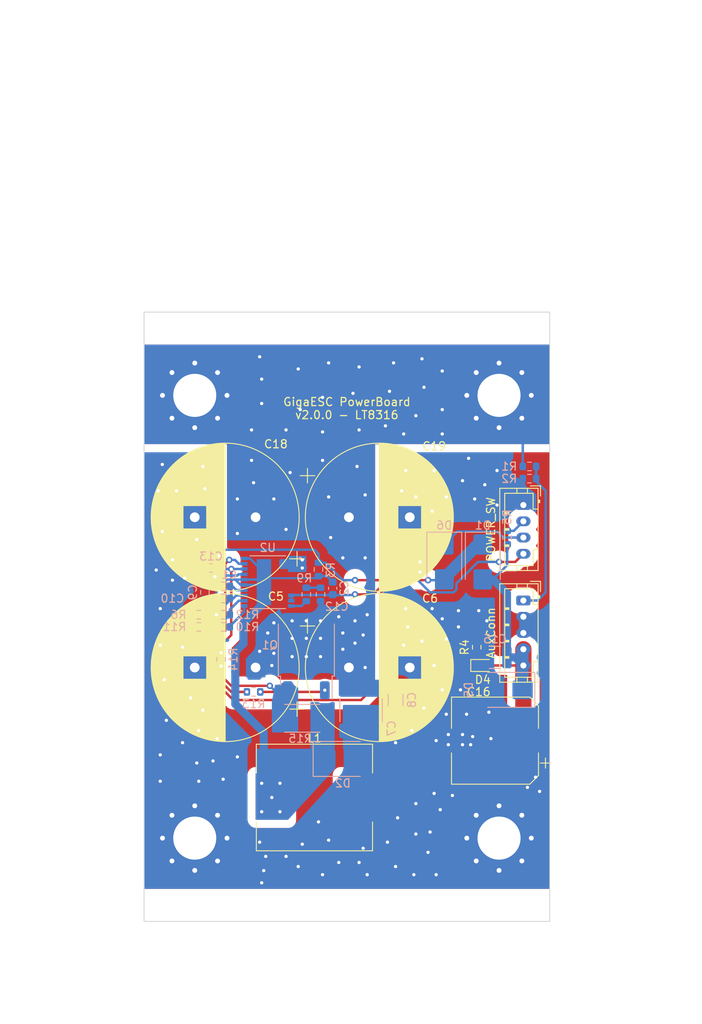
<source format=kicad_pcb>
(kicad_pcb (version 20221018) (generator pcbnew)
  (layers (0 "F.Cu" signal) (31 "B.Cu" signal) (34 "B.Paste" user) (35 "F.Paste" user) (36 "B.SilkS" user "B.Silkscreen") (37 "F.SilkS" user "F.Silkscreen") (38 "B.Mask" user) (39 "F.Mask" user) (44 "Edge.Cuts" user))
  (net 0 "")
  (net 1 "+BATT")
  (net 2 "-BATT")
  (net 3 "+12V")
  (net 4 "Net-(J2-Pin_2)")
  (net 5 "IN_V")
  (net 6 "Net-(J2-Pin_4)")
  (net 7 "Net-(C9-Pad1)")
  (net 8 "Net-(U2-VC)")
  (net 9 "GNDD")
  (net 10 "Net-(C12-Pad2)")
  (net 11 "Net-(U2-SENSE)")
  (net 12 "Net-(D1-K)")
  (net 13 "Net-(Q1-G)")
  (net 14 "Net-(Q1-S)")
  (net 15 "Net-(U2-IREG{slash}SS)")
  (net 16 "Net-(U2-DCM)")
  (net 17 "Net-(U2-FB)")
  (net 18 "Net-(U2-TC)")
  (net 19 "Net-(U2-GATE)")
  (net 20 "Net-(D4-K)")
  (net 21 "Net-(D6-K)")
  (footprint "MountingHole:MountingHole_5.3mm_M5_Pad_Via" (layer "F.Cu") (at 93.75 139.75)
    (fp_text reference "H3" hide)
    (fp_text value "MountingHole_Pad")
  )
  (footprint "Capacitor_THT:CP_Radial_D18.0mm_P7.50mm" (layer "F.Cu") (at 63.75 118.75 180)
    (fp_text reference "C5")
    (fp_text value "330u 200V")
  )
  (footprint "Connector_JST:JST_PH_B5B-PH-K_1x05_P2.00mm_Vertical" (layer "F.Cu") (at 96.75 110.5 -90)
    (fp_text reference "J1" hide)
    (fp_text value "AuxConn")
  )
  (footprint "Capacitor_THT:CP_Radial_D18.0mm_P7.50mm" (layer "F.Cu") (at 75.25 118.75)
    (fp_text reference "C6")
    (fp_text value "330u 200V")
  )
  (footprint "Inductor_SMD:L_Chilisin_BMRG00131360" (layer "F.Cu") (at 71 134.75)
    (fp_text reference "L1")
    (fp_text value "47uH")
  )
  (footprint "MountingHole:MountingHole_5.3mm_M5_Pad_Via" (layer "F.Cu") (at 56.25 85.25)
    (fp_text reference "H2" hide)
    (fp_text value "MountingHole_Pad")
  )
  (footprint "Resistor_SMD:R_0603_1608Metric" (layer "F.Cu") (at 91 116.25 -90)
    (fp_text reference "R4")
    (fp_text value "82k")
  )
  (footprint "Connector_JST:JST_PH_B4B-PH-K_1x04_P2.00mm_Vertical" (layer "F.Cu") (at 96.75 98.75 -90)
    (fp_text reference "J2" hide)
    (fp_text value "POWER_SW")
  )
  (footprint "MountingHole:MountingHole_5.3mm_M5_Pad_Via" (layer "F.Cu") (at 93.75 85.25)
    (fp_text reference "H4" hide)
    (fp_text value "MountingHole_Pad")
  )
  (footprint "Diode_SMD:D_0603_1608Metric" (layer "F.Cu") (at 91.75 118.5)
    (fp_text reference "D4")
    (fp_text value "RUN")
  )
  (footprint "Capacitor_SMD:CP_Elec_10x10.5" (layer "F.Cu") (at 93.25 127.75 180)
    (fp_text reference "C16")
    (fp_text value "470u 25V")
  )
  (footprint "Capacitor_THT:CP_Radial_D18.0mm_P7.50mm" (layer "F.Cu") (at 75.25 100.25)
    (fp_text reference "C19")
    (fp_text value "330u 200V")
  )
  (footprint "Capacitor_THT:CP_Radial_D18.0mm_P7.50mm" (layer "F.Cu") (at 63.75 100.25 180)
    (fp_text reference "C18")
    (fp_text value "330u 200V")
  )
  (footprint "MountingHole:MountingHole_5.3mm_M5_Pad_Via" (layer "F.Cu") (at 56.25 139.75)
    (fp_text reference "H1" hide)
    (fp_text value "MountingHole_Pad")
  )
  (footprint "Capacitor_SMD:C_0603_1608Metric" (layer "B.Cu") (at 58.25 106.5 180)
    (fp_text reference "C13")
    (fp_text value "1n")
  )
  (footprint "GigaVescLibs:C_0603_1608Metric_L" (layer "B.Cu") (at 59.75 110.25 180)
    (fp_text reference "C10")
    (fp_text value "47p")
  )
  (footprint "Resistor_SMD:R_0603_1608Metric" (layer "B.Cu") (at 70 109.75 -90)
    (fp_text reference "R9")
    (fp_text value "10k")
  )
  (footprint "Resistor_SMD:R_0603_1608Metric" (layer "B.Cu") (at 59.5 117.75 -90)
    (fp_text reference "R14")
    (fp_text value "100")
  )
  (footprint "Capacitor_SMD:C_1206_3216Metric" (layer "B.Cu") (at 81 122.75 -90)
    (fp_text reference "C8")
    (fp_text value "100n 200V")
  )
  (footprint "Resistor_SMD:R_2512_6332Metric" (layer "B.Cu") (at 69.5 125 180)
    (fp_text reference "R15")
    (fp_text value "0.05")
  )
  (footprint "Capacitor_SMD:C_0603_1608Metric" (layer "B.Cu") (at 73.25 109 90)
    (fp_text reference "C2")
    (fp_text value "10u")
  )
  (footprint "Resistor_SMD:R_0603_1608Metric" (layer "B.Cu") (at 59.75 113.75)
    (fp_text reference "R10")
    (fp_text value "120k")
  )
  (footprint "Resistor_SMD:R_0603_1608Metric" (layer "B.Cu") (at 56.75 112.25 180)
    (fp_text reference "R6")
    (fp_text value "10k")
  )
  (footprint "GigaVescLibs:C_0603_1608Metric_L" (layer "B.Cu") (at 57.5 109.5 90)
    (fp_text reference "C9")
    (fp_text value "100n")
  )
  (footprint "Diode_SMD:D_SMB" (layer "B.Cu") (at 87 105.75 -90)
    (fp_text reference "D6")
    (fp_text value "SS520BF")
  )
  (footprint "Resistor_SMD:R_0603_1608Metric" (layer "B.Cu") (at 63.5 121.75)
    (fp_text reference "R13")
    (fp_text value "20")
  )
  (footprint "Resistor_SMD:R_0603_1608Metric" (layer "B.Cu") (at 97.5 94)
    (fp_text reference "R1")
    (fp_text value "150k")
  )
  (footprint "Resistor_SMD:R_0603_1608Metric" (layer "B.Cu") (at 97.5 95.5 180)
    (fp_text reference "R2")
    (fp_text value "2.7k")
  )
  (footprint "Resistor_SMD:R_0603_1608Metric" (layer "B.Cu") (at 59.75 112.25)
    (fp_text reference "R12")
    (fp_text value "56k")
  )
  (footprint "GigaVescLibs:IC_LT8316EFE#PBF" (layer "B.Cu") (at 65.25 108.25 180)
    (fp_text reference "U2")
    (fp_text value "LT8316EFE#PBF")
  )
  (footprint "Capacitor_SMD:C_1210_3225Metric" (layer "B.Cu") (at 93.25 117.5 180)
    (fp_text reference "C15")
    (fp_text value "47u 16V")
  )
  (footprint "Resistor_SMD:R_0603_1608Metric" (layer "B.Cu") (at 94.75 102.75 -90)
    (fp_text reference "R5")
    (fp_text value "10k")
  )
  (footprint "Diode_SMD:D_SMB" (layer "B.Cu") (at 91.75 105.75 -90)
    (fp_text reference "D1")
    (fp_text value "SS520BF")
  )
  (footprint "Resistor_SMD:R_0603_1608Metric" (layer "B.Cu") (at 56.75 113.75 180)
    (fp_text reference "R11")
    (fp_text value "6.2k")
  )
  (footprint "Diode_SMD:D_SMB" (layer "B.Cu") (at 94.5 121.5 180)
    (fp_text reference "D5")
    (fp_text value "3SMB5928B")
  )
  (footprint "GigaVescLibs:C_0603_1608Metric_L" (layer "B.Cu") (at 71.75 109.75 90)
    (fp_text reference "C12")
    (fp_text value "47p")
  )
  (footprint "Capacitor_SMD:C_2220_5650Metric" (layer "B.Cu") (at 76.75 124 -90)
    (fp_text reference "C7")
    (fp_text value "1u 200V")
  )
  (footprint "Diode_SMD:D_SMB" (layer "B.Cu") (at 74.5 130)
    (fp_text reference "D2")
    (fp_text value "SS520BF")
  )
  (footprint "Resistor_SMD:R_0603_1608Metric" (layer "B.Cu") (at 71.5 106.675 -90)
    (fp_text reference "R3")
    (fp_text value "10k")
  )
  (footprint "GigaVescLibs:C_0603_1608Metric_L" (layer "B.Cu") (at 59.75 108.75 180)
    (fp_text reference "C1")
    (fp_text value "100n")
  )
  (footprint "Package_TO_SOT_SMD:TO-252-2" (layer "B.Cu") (at 70 116.5 90)
    (fp_text reference "Q1")
    (fp_text value "STD11N65M2")
  )
  (gr_rect (start 50 75) (end 100 150) (stroke (width 0.1)) (fill none) (layer "Edge.Cuts"))
  (gr_text "GigaESC PowerBoard\nv2.0.0 - LT8316" (at 75 88.25) (layer "F.SilkS") (effects (font (size 1 1)) (justify bottom)))
  (segment (start 91 88.5) (end 92.325 89.825) (width 0.3) (layer "F.Cu") (net 1))
  (via (at 68.25 117.41) (size 0.8) (drill 0.4) (layers "F.Cu" "B.Cu") (net 1))
  (via (at 64.25 80.5) (size 0.8) (drill 0.4) (layers "F.Cu" "B.Cu") (net 1))
  (via (at 72.75 97.75) (size 0.8) (drill 0.4) (layers "F.Cu" "B.Cu") (net 1))
  (via (at 76 113) (size 0.8) (drill 0.4) (layers "F.Cu" "B.Cu") (net 1))
  (via (at 69.25 87) (size 0.8) (drill 0.4) (layers "F.Cu" "B.Cu") (net 1))
  (via (at 68 94.75) (size 0.8) (drill 0.4) (layers "F.Cu" "B.Cu") (net 1))
  (via (at 74 112.5) (size 0.8) (drill 0.4) (layers "F.Cu" "B.Cu") (net 1))
  (via (at 84.5 84.25) (size 0.8) (drill 0.4) (layers "F.Cu" "B.Cu") (net 1))
  (via (at 86.75 82.25) (size 0.8) (drill 0.4) (layers "F.Cu" "B.Cu") (net 1))
  (via (at 77.5 112.25) (size 0.8) (drill 0.4) (layers "F.Cu" "B.Cu") (net 1))
  (via (at 72 89.75) (size 0.8) (drill 0.4) (layers "F.Cu" "B.Cu") (net 1))
  (via (at 75.75 85) (size 0.8) (drill 0.4) (layers "F.Cu" "B.Cu") (net 1))
  (via (at 72.75 81.25) (size 0.8) (drill 0.4) (layers "F.Cu" "B.Cu") (net 1))
  (via (at 71.75 115.16) (size 0.8) (drill 0.4) (layers "F.Cu" "B.Cu") (net 1))
  (via (at 64.25 116.75) (size 0.8) (drill 0.4) (layers "F.Cu" "B.Cu") (net 1))
  (via (at 70 113) (size 0.8) (drill 0.4) (layers "F.Cu" "B.Cu") (net 1))
  (via (at 70 117.41) (size 0.8) (drill 0.4) (layers "F.Cu" "B.Cu") (net 1))
  (via (at 86.75 90) (size 0.8) (drill 0.4) (layers "F.Cu" "B.Cu") (net 1))
  (via (at 68.25 113) (size 0.8) (drill 0.4) (layers "F.Cu" "B.Cu") (net 1))
  (via (at 79.75 89) (size 0.8) (drill 0.4) (layers "F.Cu" "B.Cu") (net 1))
  (via (at 84.25 80.75) (size 0.8) (drill 0.4) (layers "F.Cu" "B.Cu") (net 1))
  (via (at 65.75 118.5) (size 0.8) (drill 0.4) (layers "F.Cu" "B.Cu") (net 1))
  (via (at 77.25 97.5) (size 0.8) (drill 0.4) (layers "F.Cu" "B.Cu") (net 1))
  (via (at 72 85.5) (size 0.8) (drill 0.4) (layers "F.Cu" "B.Cu") (net 1))
  (via (at 70 115.16) (size 0.8) (drill 0.4) (layers "F.Cu" "B.Cu") (net 1))
  (via (at 61.5 102.25) (size 0.8) (drill 0.4) (layers "F.Cu" "B.Cu") (net 1))
  (via (at 77.25 118.75) (size 0.8) (drill 0.4) (layers "F.Cu" "B.Cu") (net 1))
  (via (at 67.5 89.5) (size 0.8) (drill 0.4) (layers "F.Cu" "B.Cu") (net 1))
  (via (at 73 102.75) (size 0.8) (drill 0.4) (layers "F.Cu" "B.Cu") (net 1))
  (via (at 66 113.25) (size 0.8) (drill 0.4) (layers "F.Cu" "B.Cu") (net 1))
  (via (at 64.5 86.25) (size 0.8) (drill 0.4) (layers "F.Cu" "B.Cu") (net 1))
  (via (at 69.5 106.5) (size 0.8) (drill 0.4) (layers "F.Cu" "B.Cu") (net 1))
  (via (at 61.5 98) (size 0.8) (drill 0.4) (layers "F.Cu" "B.Cu") (net 1))
  (via (at 63.5 96) (size 0.8) (drill 0.4) (layers "F.Cu" "B.Cu") (net 1))
  (via (at 67.5 101.75) (size 0.8) (drill 0.4) (layers "F.Cu" "B.Cu") (net 1))
  (via (at 66 117) (size 0.8) (drill 0.4) (layers "F.Cu" "B.Cu") (net 1))
  (via (at 63.25 89.5) (size 0.8) (drill 0.4) (layers "F.Cu" "B.Cu") (net 1))
  (via (at 83.5 87.75) (size 0.8) (drill 0.4) (layers "F.Cu" "B.Cu") (net 1))
  (via (at 77.25 105.25) (size 0.8) (drill 0.4) (layers "F.Cu" "B.Cu") (net 1))
  (via (at 80.75 81.25) (size 0.8) (drill 0.4) (layers "F.Cu" "B.Cu") (net 1))
  (via (at 74.5 116.5) (size 0.8) (drill 0.4) (layers "F.Cu" "B.Cu") (net 1))
  (via (at 76.5 81.75) (size 0.8) (drill 0.4) (layers "F.Cu" "B.Cu") (net 1))
  (via (at 77 114.75) (size 0.8) (drill 0.4) (layers "F.Cu" "B.Cu") (net 1))
  (via (at 76 115.75) (size 0.8) (drill 0.4) (layers "F.Cu" "B.Cu") (net 1))
  (via (at 76.25 94) (size 0.8) (drill 0.4) (layers "F.Cu" "B.Cu") (net 1))
  (via (at 71.75 117.41) (size 0.8) (drill 0.4) (layers "F.Cu" "B.Cu") (net 1))
  (via (at 80.25 84.75) (size 0.8) (drill 0.4) (layers "F.Cu" "B.Cu") (net 1))
  (via (at 64.5 83.25) (size 0.8) (drill 0.4) (layers "F.Cu" "B.Cu") (net 1))
  (via (at 71.75 113) (size 0.8) (drill 0.4) (layers "F.Cu" "B.Cu") (net 1))
  (via (at 69.5 105.5) (size 0.8) (drill 0.4) (layers "F.Cu" "B.Cu") (net 1))
  (via (at 82 90) (size 0.8) (drill 0.4) (layers "F.Cu" "B.Cu") (net 1))
  (via (at 68.25 115.16) (size 0.8) (drill 0.4) (layers "F.Cu" "B.Cu") (net 1))
  (via (at 69 82) (size 0.8) (drill 0.4) (layers "F.Cu" "B.Cu") (net 1))
  (via (at 74.5 105.25) (size 0.8) (drill 0.4) (layers "F.Cu" "B.Cu") (net 1))
  (via (at 72 93.25) (size 0.8) (drill 0.4) (layers "F.Cu" "B.Cu") (net 1))
  (via (at 86.75 87) (size 0.8) (drill 0.4) (layers "F.Cu" "B.Cu") (net 1))
  (via (at 65.25 114.5) (size 0.8) (drill 0.4) (layers "F.Cu" "B.Cu") (net 1))
  (via (at 74.5 114.5) (size 0.8) (drill 0.4) (layers "F.Cu" "B.Cu") (net 1))
  (via (at 66 98) (size 0.8) (drill 0.4) (layers "F.Cu" "B.Cu") (net 1))
  (via (at 76.5 89.5) (size 0.8) (drill 0.4) (layers "F.Cu" "B.Cu") (net 1))
  (via (at 63.25 93.25) (size 0.8) (drill 0.4) (layers "F.Cu" "B.Cu") (net 1))
  (segment (start 96.675 94) (end 96.675 88.175) (width 0.3) (layer "B.Cu") (net 1))
  (segment (start 71.75 113.34) (end 71.525 113.565) (width 0.3) (layer "B.Cu") (net 1))
  (segment (start 71.75 115.5) (end 71.525 115.725) (width 0.3) (layer "B.Cu") (net 1))
  (segment (start 96.675 88.175) (end 93.75 85.25) (width 0.3) (layer "B.Cu") (net 1))
  (segment (start 71.75 110.575) (end 71.75 113) (width 0.3) (layer "B.Cu") (net 1))
  (segment (start 81 121.275) (end 76.925 121.275) (width 1) (layer "B.Cu") (net 1))
  (segment (start 71.75 115.16) (end 71.75 115.5) (width 0.3) (layer "B.Cu") (net 1))
  (segment (start 71.75 117.41) (end 71.75 117.75) (width 0.3) (layer "B.Cu") (net 1))
  (segment (start 71.75 113) (end 71.75 113.34) (width 0.3) (layer "B.Cu") (net 1))
  (segment (start 71.75 117.75) (end 71.525 117.975) (width 0.3) (layer "B.Cu") (net 1))
  (segment (start 76.925 121.275) (end 76.75 121.45) (width 1) (layer "B.Cu") (net 1))
  (via (at 89 121.5) (size 0.8) (drill 0.4) (layers "F.Cu" "B.Cu") (net 2))
  (via (at 81 128) (size 0.8) (drill 0.4) (layers "F.Cu" "B.Cu") (net 2))
  (via (at 98.25 132.25) (size 0.8) (drill 0.4) (layers "F.Cu" "B.Cu") (net 2))
  (via (at 97.25 133.5) (size 0.8) (drill 0.4) (layers "F.Cu" "B.Cu") (net 2))
  (via (at 83.5 97.75) (size 0.8) (drill 0.4) (layers "F.Cu" "B.Cu") (net 2))
  (via (at 83.5 139.25) (size 0.8) (drill 0.4) (layers "F.Cu" "B.Cu") (net 2))
  (via (at 81.25 137.25) (size 0.8) (drill 0.4) (layers "F.Cu" "B.Cu") (net 2))
  (via (at 98.75 134) (size 0.8) (drill 0.4) (layers "F.Cu" "B.Cu") (net 2))
  (via (at 92.25 113) (size 0.8) (drill 0.4) (layers "F.Cu" "B.Cu") (net 2))
  (via (at 52.25 102) (size 0.8) (drill 0.4) (layers "F.Cu" "B.Cu") (net 2))
  (via (at 82.25 94.5) (size 0.8) (drill 0.4) (layers "F.Cu" "B.Cu") (net 2))
  (via (at 53.5 108) (size 0.8) (drill 0.4) (layers "F.Cu" "B.Cu") (net 2))
  (via (at 87.25 115.25) (size 0.8) (drill 0.4) (layers "F.Cu" "B.Cu") (net 2))
  (via (at 92.75 127.5) (size 0.8) (drill 0.4) (layers "F.Cu" "B.Cu") (net 2))
  (via (at 56.5 130.5) (size 0.8) (drill 0.4) (layers "F.Cu" "B.Cu") (net 2))
  (via (at 86.75 112.75) (size 0.8) (drill 0.4) (layers "F.Cu" "B.Cu") (net 2))
  (via (at 87.25 124.5) (size 0.8) (drill 0.4) (layers "F.Cu" "B.Cu") (net 2))
  (via (at 87.25 97.75) (size 0.8) (drill 0.4) (layers "F.Cu" "B.Cu") (net 2))
  (via (at 61.5 129.75) (size 0.8) (drill 0.4) (layers "F.Cu" "B.Cu") (net 2))
  (via (at 90.25 128.25) (size 0.8) (drill 0.4) (layers "F.Cu" "B.Cu") (net 2))
  (via (at 81 143.25) (size 0.8) (drill 0.4) (layers "F.Cu" "B.Cu") (net 2))
  (via (at 77.5 144.25) (size 0.8) (drill 0.4) (layers "F.Cu" "B.Cu") (net 2))
  (via (at 56.75 126.5) (size 0.8) (drill 0.4) (layers "F.Cu" "B.Cu") (net 2))
  (via (at 56.75 132.75) (size 0.8) (drill 0.4) (layers "F.Cu" "B.Cu") (net 2))
  (via (at 72 144.25) (size 0.8) (drill 0.4) (layers "F.Cu" "B.Cu") (net 2))
  (via (at 52 111.5) (size 0.8) (drill 0.4) (layers "F.Cu" "B.Cu") (net 2))
  (via (at 71.5 137.75) (size 0.8) (drill 0.4) (layers "F.Cu" "B.Cu") (net 2))
  (via (at 88.75 111.75) (size 0.8) (drill 0.4) (layers "F.Cu" "B.Cu") (net 2))
  (via (at 83 126.5) (size 0.8) (drill 0.4) (layers "F.Cu" "B.Cu") (net 2))
  (via (at 82 116) (size 0.8) (drill 0.4) (layers "F.Cu" "B.Cu") (net 2))
  (via (at 59.75 132.5) (size 0.8) (drill 0.4) (layers "F.Cu" "B.Cu") (net 2))
  (via (at 93.5 98.75) (size 0.8) (drill 0.4) (layers "F.Cu" "B.Cu") (net 2))
  (via (at 83.5 135.5) (size 0.8) (drill 0.4) (layers "F.Cu" "B.Cu") (net 2))
  (via (at 92.5 124.25) (size 0.8) (drill 0.4) (layers "F.Cu" "B.Cu") (net 2))
  (via (at 87.5 127) (size 0.8) (drill 0.4) (layers "F.Cu" "B.Cu") (net 2))
  (via (at 64.5 145.25) (size 0.8) (drill 0.4) (layers "F.Cu" "B.Cu") (net 2))
  (via (at 89.25 128.25) (size 0.8) (drill 0.4) (layers "F.Cu" "B.Cu") (net 2))
  (via (at 81.75 97) (size 0.8) (drill 0.4) (layers "F.Cu" "B.Cu") (net 2))
  (via (at 52.75 125.25) (size 0.8) (drill 0.4) (layers "F.Cu" "B.Cu") (net 2))
  (via (at 59 127.5) (size 0.8) (drill 0.4) (layers "F.Cu" "B.Cu") (net 2))
  (via (at 84.25 115.5) (size 0.8) (drill 0.4) (layers "F.Cu" "B.Cu") (net 2))
  (via (at 85.25 139) (size 0.8) (drill 0.4) (layers "F.Cu" "B.Cu") (net 2))
  (via (at 54.75 116.25) (size 0.8) (drill 0.4) (layers "F.Cu" "B.Cu") (net 2))
  (via (at 77 141) (size 0.8) (drill 0.4) (layers "F.Cu" "B.Cu") (net 2))
  (via (at 92 96.25) (size 0.8) (drill 0.4) (layers "F.Cu" "B.Cu") (net 2))
  (via (at 57.5 96.75) (size 0.8) (drill 0.4) (layers "F.Cu" "B.Cu") (net 2))
  (via (at 82.25 111.5) (size 0.8) (drill 0.4) (layers "F.Cu" "B.Cu") (net 2))
  (via (at 72.75 140) (size 0.8) (drill 0.4) (layers "F.Cu" "B.Cu") (net 2))
  (via (at 90 93) (size 0.8) (drill 0.4) (layers "F.Cu" "B.Cu") (net 2))
  (via (at 52.25 93.75) (size 0.8) (drill 0.4) (layers "F.Cu" "B.Cu") (net 2))
  (via (at 65 142) (size 0.8) (drill 0.4) (layers "F.Cu" "B.Cu") (net 2))
  (via (at 80 140.25) (size 0.8) (drill 0.4) (layers "F.Cu" "B.Cu") (net 2))
  (via (at 64.25 140.25) (size 0.8) (drill 0.4) (layers "F.Cu" "B.Cu") (net 2))
  (via (at 76.5 142.75) (size 0.8) (drill 0.4) (layers "F.Cu" "B.Cu") (net 2))
  (via (at 91.25 111.75) (size 0.8) (drill 0.4) (layers "F.Cu" "B.Cu") (net 2))
  (via (at 69.5 140.5) (size 0.8) (drill 0.4) (layers "F.Cu" "B.Cu") (net 2))
  (via (at 88 134.5) (size 0.8) (drill 0.4) (layers "F.Cu" "B.Cu") (net 2))
  (via (at 85.5 99.5) (size 0.8) (drill 0.4) (layers "F.Cu" "B.Cu") (net 2))
  (via (at 85.75 94.5) (size 0.8) (drill 0.4) (layers "F.Cu" "B.Cu") (net 2))
  (via (at 51.5 106.75) (size 0.8) (drill 0.4) (layers "F.Cu" "B.Cu") (net 2))
  (via (at 54.75 128) (size 0.8) (drill 0.4) (layers "F.Cu" "B.Cu") (net 2))
  (via (at 74 142.75) (size 0.8) (drill 0.4) (layers "F.Cu" "B.Cu") (net 2))
  (via (at 83.25 144.25) (size 0.8) (drill 0.4) (layers "F.Cu" "B.Cu") (net 2))
  (via (at 54 97) (size 0.8) (drill 0.4) (layers "F.Cu" "B.Cu") (net 2))
  (via (at 64.75 143.75) (size 0.8) (drill 0.4) (layers "F.Cu" "B.Cu") (net 2))
  (via (at 57.25 124) (size 0.8) (drill 0.4) (layers "F.Cu" "B.Cu") (net 2))
  (via (at 52 132.75) (size 0.8) (drill 0.4) (layers "F.Cu" "B.Cu") (net 2))
  (via (at 85 141.5) (size 0.8) (drill 0.4) (layers "F.Cu" "B.Cu") (net 2))
  (via (at 86 127.75) (size 0.8) (drill 0.4) (layers "F.Cu" "B.Cu") (net 2))
  (via (at 90.75 98) (size 0.8) (drill 0.4) (layers "F.Cu" "B.Cu") (net 2))
  (via (at 52.5 120.25) (size 0.8) (drill 0.4) (layers "F.Cu" "B.Cu") (net 2))
  (via (at 67.5 142) (size 0.8) (drill 0.4) (layers "F.Cu" "B.Cu") (net 2))
  (via (at 86.5 136.25) (size 0.8) (drill 0.4) (layers "F.Cu" "B.Cu") (net 2))
  (via (at 55.75 122.5) (size 0.8) (drill 0.4) (layers "F.Cu" "B.Cu") (net 2))
  (via (at 85.75 134.25) (size 0.8) (drill 0.4) (layers "F.Cu" "B.Cu") (net 2))
  (via (at 84.5 123.75) (size 0.8) (drill 0.4) (layers "F.Cu" "B.Cu") (net 2))
  (via (at 51.75 97) (size 0.8) (drill 0.4) (layers "F.Cu" "B.Cu") (net 2))
  (via (at 69 143.25) (size 0.8) (drill 0.4) (layers "F.Cu" "B.Cu") (net 2))
  (via (at 82.5 113.75) (size 0.8) (drill 0.4) (layers "F.Cu" "B.Cu") (net 2))
  (via (at 86.75 121.5) (size 0.8) (drill 0.4) (layers "F.Cu" "B.Cu") (net 2))
  (via (at 85.75 118.5) (size 0.8) (drill 0.4) (layers "F.Cu" "B.Cu") (net 2))
  (via (at 56.5 103) (size 0.8) (drill 0.4) (layers "F.Cu" "B.Cu") (net 2))
  (via (at 85.5 111.5) (size 0.8) (drill 0.4) (layers "F.Cu" "B.Cu") (net 2))
  (via (at 58.5 130.25) (size 0.8) (drill 0.4) (layers "F.Cu" "B.Cu") (net 2))
  (via (at 89.25 95.75) (size 0.8) (drill 0.4) (layers "F.Cu" "B.Cu") (net 2))
  (via (at 52 116) (size 0.8) (drill 0.4) (layers "F.Cu" "B.Cu") (net 2))
  (via (at 87.5 128.25) (size 0.8) (drill 0.4) (layers "F.Cu" "B.Cu") (net 2))
  (via (at 55 107.75) (size 0.8) (drill 0.4) (layers "F.Cu" "B.Cu") (net 2))
  (via (at 93.5 94.5) (size 0.8) (drill 0.4) (layers "F.Cu" "B.Cu") (net 2))
  (via (at 57.25 94) (size 0.8) (drill 0.4) (layers "F.Cu" "B.Cu") (net 2))
  (via (at 88.75 113.75) (size 0.8) (drill 0.4) (layers "F.Cu" "B.Cu") (net 2))
  (via (at 89.75 124.5) (size 0.8) (drill 0.4) (layers "F.Cu" "B.Cu") (net 2))
  (via (at 89.25 127) (size 0.8) (drill 0.4) (layers "F.Cu" "B.Cu") (net 2))
  (via (at 90.5 127.25) (size 0.8) (drill 0.4) (layers "F.Cu" "B.Cu") (net 2))
  (via (at 86 144.25) (size 0.8) (drill 0.4) (layers "F.Cu" "B.Cu") (net 2))
  (via (at 52 129.5) (size 0.8) (drill 0.4) (layers "F.Cu" "B.Cu") (net 2))
  (via (at 53.5 105.5) (size 0.8) (drill 0.4) (layers "F.Cu" "B.Cu") (net 2))
  (segment (start 96.675 98.675) (end 96.75 98.75) (width 0.3) (layer "B.Cu") (net 2))
  (segment (start 96.675 95.5) (end 96.675 98.675) (width 0.3) (layer "B.Cu") (net 2))
  (segment (start 76.25 134.75) (end 79.75 131.25) (width 2) (layer "F.Cu") (net 3))
  (segment (start 96.75 116.5) (end 96.75 127.05) (width 2) (layer "F.Cu") (net 3))
  (segment (start 79.75 131.25) (end 93.95 131.25) (width 2) (layer "F.Cu") (net 3))
  (segment (start 96.75 127.05) (end 97.45 127.75) (width 2) (layer "F.Cu") (net 3))
  (segment (start 93.95 131.25) (end 97.45 127.75) (width 2) (layer "F.Cu") (net 3))
  (segment (start 92.5375 118.5) (end 96.75 118.5) (width 0.3) (layer "F.Cu") (net 3))
  (segment (start 94.75 106.15) (end 94.75 103.575) (width 0.3) (layer "B.Cu") (net 3))
  (segment (start 94.725 109.625) (end 93 107.9) (width 1) (layer "B.Cu") (net 3))
  (segment (start 94.725 117.5) (end 95.75 117.5) (width 1) (layer "B.Cu") (net 3))
  (segment (start 95.75 117.5) (end 96.75 118.5) (width 1) (layer "B.Cu") (net 3))
  (segment (start 94.725 117.5) (end 94.725 109.625) (width 1) (layer "B.Cu") (net 3))
  (segment (start 96.65 121.5) (end 96.65 116.6) (width 1.5) (layer "B.Cu") (net 3))
  (segment (start 96.65 116.6) (end 96.75 116.5) (width 1.5) (layer "B.Cu") (net 3))
  (segment (start 93 107.9) (end 94.75 106.15) (width 0.3) (layer "B.Cu") (net 3))
  (segment (start 95.575 101.925) (end 96.75 100.75) (width 0.3) (layer "B.Cu") (net 4))
  (segment (start 94.75 101.925) (end 95.575 101.925) (width 0.3) (layer "B.Cu") (net 4))
  (segment (start 98.325 94) (end 98.325 95.5) (width 0.3) (layer "B.Cu") (net 5))
  (segment (start 98.325 95.825) (end 99.5 97) (width 0.3) (layer "B.Cu") (net 5))
  (segment (start 98.325 95.5) (end 98.325 95.825) (width 0.3) (layer "B.Cu") (net 5))
  (segment (start 98.5 110.5) (end 96.75 110.5) (width 0.3) (layer "B.Cu") (net 5))
  (segment (start 99.5 97) (end 99.5 109.5) (width 0.3) (layer "B.Cu") (net 5))
  (segment (start 99.5 109.5) (end 98.5 110.5) (width 0.3) (layer "B.Cu") (net 5))
  (segment (start 84 105.75) (end 81.542894 105.75) (width 0.3) (layer "F.Cu") (net 6))
  (segment (start 95.75 105.75) (end 93.75 105.75) (width 0.3) (layer "F.Cu") (net 6))
  (segment (start 79.292894 108) (end 76 108) (width 0.3) (layer "F.Cu") (net 6))
  (segment (start 59.25 107.06783) (end 58.745155 107.572675) (width 0.3) (layer "F.Cu") (net 6))
  (segment (start 81.542894 105.75) (end 79.292894 108) (width 0.3) (layer "F.Cu") (net 6))
  (segment (start 96.75 104.75) (end 95.75 105.75) (width 0.3) (layer "F.Cu") (net 6))
  (segment (start 59.25 105) (end 59.25 107.06783) (width 0.3) (layer "F.Cu") (net 6))
  (via (at 76 108) (size 0.8) (drill 0.4) (layers "F.Cu" "B.Cu") (net 6))
  (via (at 93.75 105.75) (size 0.8) (drill 0.4) (layers "F.Cu" "B.Cu") (net 6))
  (via (at 84 105.75) (size 0.8) (drill 0.4) (layers "F.Cu" "B.Cu") (net 6))
  (via (at 58.745155 107.572675) (size 0.8) (drill 0.4) (layers "F.Cu" "B.Cu") (net 6))
  (via (at 59.25 105) (size 0.8) (drill 0.4) (layers "F.Cu" "B.Cu") (net 6))
  (segment (start 71.5 104.75) (end 71.5 105.85) (width 0.3) (layer "B.Cu") (net 6))
  (segment (start 71 104.25) (end 71.5 104.75) (width 0.3) (layer "B.Cu") (net 6))
  (segment (start 83.25 107.5) (end 85.25 109.5) (width 0.3) (layer "B.Cu") (net 6))
  (segment (start 76 108) (end 74.5 108) (width 0.3) (layer "B.Cu") (net 6))
  (segment (start 91.151472 105.75) (end 93.75 105.75) (width 0.3) (layer "B.Cu") (net 6))
  (segment (start 83.25 106.5) (end 83.25 107.5) (width 0.3) (layer "B.Cu") (net 6))
  (segment (start 74.5 108) (end 72.35 105.85) (width 0.3) (layer "B.Cu") (net 6))
  (segment (start 61.5 107.425) (end 61.65 107.275) (width 0.3) (layer "B.Cu") (net 6))
  (segment (start 88.148528 109.5) (end 88.5 109.148528) (width 0.3) (layer "B.Cu") (net 6))
  (segment (start 59.25 105) (end 60 104.25) (width 0.3) (layer "B.Cu") (net 6))
  (segment (start 61.65 107.275) (end 62.35 107.275) (width 0.3) (layer "B.Cu") (net 6))
  (segment (start 58.89283 107.425) (end 61.5 107.425) (width 0.3) (layer "B.Cu") (net 6))
  (segment (start 60 104.25) (end 71 104.25) (width 0.3) (layer "B.Cu") (net 6))
  (segment (start 85.25 109.5) (end 88.148528 109.5) (width 0.3) (layer "B.Cu") (net 6))
  (segment (start 88.5 108.401472) (end 91.151472 105.75) (width 0.3) (layer "B.Cu") (net 6))
  (segment (start 72.35 105.85) (end 71.5 105.85) (width 0.3) (layer "B.Cu") (net 6))
  (segment (start 58.745155 107.572675) (end 58.89283 107.425) (width 0.3) (layer "B.Cu") (net 6))
  (segment (start 84 105.75) (end 83.25 106.5) (width 0.3) (layer "B.Cu") (net 6))
  (segment (start 88.5 109.148528) (end 88.5 108.401472) (width 0.3) (layer "B.Cu") (net 6))
  (segment (start 55.925 111.325) (end 55.925 112.25) (width 0.3) (layer "B.Cu") (net 7))
  (segment (start 57.5 110.325) (end 56.925 110.325) (width 0.3) (layer "B.Cu") (net 7))
  (segment (start 56.925 110.325) (end 55.925 111.325) (width 0.3) (layer "B.Cu") (net 7))
  (segment (start 61.375 109.875) (end 61 110.25) (width 0.3) (layer "B.Cu") (net 8))
  (segment (start 57.575 112.25) (end 57.672183 112.25) (width 0.3) (layer "B.Cu") (net 8))
  (segment (start 59.7875 111.25) (end 60.575 110.4625) (width 0.3) (layer "B.Cu") (net 8))
  (segment (start 57.672183 112.25) (end 58.672183 111.25) (width 0.3) (layer "B.Cu") (net 8))
  (segment (start 62.35 109.875) (end 61.375 109.875) (width 0.3) (layer "B.Cu") (net 8))
  (segment (start 60.7 110.375) (end 60.575 110.25) (width 0.3) (layer "B.Cu") (net 8))
  (segment (start 61 110.25) (end 60.575 110.25) (width 0.3) (layer "B.Cu") (net 8))
  (segment (start 60.575 110.4625) (end 60.575 110.25) (width 0.3) (layer "B.Cu") (net 8))
  (segment (start 58.672183 111.25) (end 59.7875 111.25) (width 0.3) (layer "B.Cu") (net 8))
  (via (at 66.75 133) (size 0.8) (drill 0.4) (layers "F.Cu" "B.Cu") (net 9))
  (via (at 66.75 136.5) (size 0.8) (drill 0.4) (layers "F.Cu" "B.Cu") (net 9))
  (via (at 65.75 134.75) (size 0.8) (drill 0.4) (layers "F.Cu" "B.Cu") (net 9))
  (via (at 64.5 133) (size 0.8) (drill 0.4) (layers "F.Cu" "B.Cu") (net 9))
  (via (at 64.5 136.5) (size 0.8) (drill 0.4) (layers "F.Cu" "B.Cu") (net 9))
  (segment (start 55.925 113.75) (end 56.675 113) (width 0.3) (layer "B.Cu") (net 9))
  (segment (start 57.925 111.25) (end 58.925 110.25) (width 0.3) (layer "B.Cu") (net 9))
  (segment (start 65.28 107.75) (end 64.78 108.25) (width 0.25) (layer "B.Cu") (net 9))
  (segment (start 62.5 113) (end 62.55 113) (width 1) (layer "B.Cu") (net 9))
  (segment (start 58.925 108.75) (end 57.575 108.75) (width 0.3) (layer "B.Cu") (net 9))
  (segment (start 71.25 107.75) (end 65.28 107.75) (width 0.25) (layer "B.Cu") (net 9))
  (segment (start 62.35 108.575) (end 64.455 108.575) (width 0.3) (layer "B.Cu") (net 9))
  (segment (start 57.25 111.25) (end 57.925 111.25) (width 0.3) (layer "B.Cu") (net 9))
  (segment (start 61.25 123.25) (end 61.25 116.8) (width 1) (layer "B.Cu") (net 9))
  (segment (start 64.455 108.575) (end 64.78 108.25) (width 0.3) (layer "B.Cu") (net 9))
  (segment (start 71.5 107.5) (end 71.25 107.75) (width 0.25) (layer "B.Cu") (net 9))
  (segment (start 64.455 107.925) (end 64.78 108.25) (width 0.3) (layer "B.Cu") (net 9))
  (segment (start 62.35 105.325) (end 63.05 105.325) (width 0.3) (layer "B.Cu") (net 9))
  (segment (start 62.35 107.925) (end 64.455 107.925) (width 0.3) (layer "B.Cu") (net 9))
  (segment (start 63.05 105.325) (end 64.78 107.055) (width 0.3) (layer "B.Cu") (net 9))
  (segment (start 61.25 116.8) (end 62.25 115.8) (width 1) (layer "B.Cu") (net 9))
  (segment (start 62.25 113.25) (end 62.5 113) (width 1) (layer "B.Cu") (net 9))
  (segment (start 64.75 126.75) (end 61.25 123.25) (width 1) (layer "B.Cu") (net 9))
  (segment (start 62.35 108.575) (end 61.9 108.575) (width 0.3) (layer "B.Cu") (net 9))
  (segment (start 64.78 110.77) (end 64.78 108.25) (width 1) (layer "B.Cu") (net 9))
  (segment (start 61.9 108.575) (end 61.25 107.925) (width 0.3) (layer "B.Cu") (net 9))
  (segment (start 58.925 108.75) (end 59.75 107.925) (width 0.3) (layer "B.Cu") (net 9))
  (segment (start 58.925 108.75) (end 58.925 110.25) (width 0.3) (layer "B.Cu") (net 9))
  (segment (start 71.5 107.5) (end 72.525 107.5) (width 0.3) (layer "B.Cu") (net 9))
  (segment (start 72.525 107.5) (end 73.25 108.225) (width 0.3) (layer "B.Cu") (net 9))
  (segment (start 62.25 115.8) (end 62.25 113.25) (width 1) (layer "B.Cu") (net 9))
  (segment (start 56.675 111.825) (end 57.25 111.25) (width 0.3) (layer "B.Cu") (net 9))
  (segment (start 64.78 107.055) (end 64.78 108.25) (width 0.3) (layer "B.Cu") (net 9))
  (segment (start 64.75 129.5) (end 64.75 126.75) (width 1) (layer "B.Cu") (net 9))
  (segment (start 57.475 106.5) (end 57.475 108.65) (width 0.3) (layer "B.Cu") (net 9))
  (segment (start 62.55 113) (end 64.78 110.77) (width 1) (layer "B.Cu") (net 9))
  (segment (start 59.75 107.925) (end 61.25 107.925) (width 0.3) (layer "B.Cu") (net 9))
  (segment (start 61.25 107.925) (end 62.35 107.925) (width 0.3) (layer "B.Cu") (net 9))
  (segment (start 57.475 108.65) (end 57.5 108.675) (width 0.3) (layer "B.Cu") (net 9))
  (segment (start 56.675 113) (end 56.675 111.825) (width 0.3) (layer "B.Cu") (net 9))
  (segment (start 70 108.925) (end 71.75 108.925) (width 0.3) (layer "B.Cu") (net 10))
  (segment (start 60.75 114.75) (end 60.75 106.625) (width 0.3) (layer "F.Cu") (net 11))
  (segment (start 59.5 116) (end 60.75 114.75) (width 0.3) (layer "F.Cu") (net 11))
  (segment (start 59.5 116.925) (end 59.5 116) (width 0.3) (layer "F.Cu") (net 11))
  (via (at 59.5 116.925) (size 0.8) (drill 0.4) (layers "F.Cu" "B.Cu") (net 11))
  (via (at 60.75 106.625) (size 0.8) (drill 0.4) (layers "F.Cu" "B.Cu") (net 11))
  (segment (start 60.75 106.625) (end 59.15 106.625) (width 0.3) (layer "B.Cu") (net 11))
  (segment (start 59.15 106.625) (end 59.025 106.5) (width 0.3) (layer "B.Cu") (net 11))
  (segment (start 62.35 106.625) (end 60.75 106.625) (width 0.3) (layer "B.Cu") (net 11))
  (segment (start 79.25 120.25) (end 79.25 109.457106) (width 0.3) (layer "F.Cu") (net 12))
  (segment (start 80.707106 108) (end 85 108) (width 0.3) (layer "F.Cu") (net 12))
  (segment (start 76.75 122.75) (end 79.25 120.25) (width 0.3) (layer "F.Cu") (net 12))
  (segment (start 58.25 120) (end 61 122.75) (width 0.3) (layer "F.Cu") (net 12))
  (segment (start 79.25 109.457106) (end 80.707106 108) (width 0.3) (layer "F.Cu") (net 12))
  (segment (start 58.25 112.925) (end 58.25 120) (width 0.3) (layer "F.Cu") (net 12))
  (segment (start 58.925 112.25) (end 58.25 112.925) (width 0.3) (layer "F.Cu") (net 12))
  (segment (start 61 122.75) (end 76.75 122.75) (width 0.3) (layer "F.Cu") (net 12))
  (via (at 58.925 112.25) (size 0.8) (drill 0.4) (layers "F.Cu" "B.Cu") (net 12))
  (via (at 85 108) (size 0.8) (drill 0.4) (layers "F.Cu" "B.Cu") (net 12))
  (segment (start 87.45 107.9) (end 87.45 107.3) (width 1.5) (layer "B.Cu") (net 12))
  (segment (start 86.9 108) (end 85 108) (width 0.3) (layer "B.Cu") (net 12))
  (segment (start 87.45 107.3) (end 91.15 103.6) (width 1.5) (layer "B.Cu") (net 12))
  (segment (start 91.15 103.6) (end 91.75 103.6) (width 1.5) (layer "B.Cu") (net 12))
  (segment (start 87 107.9) (end 86.9 108) (width 0.3) (layer "B.Cu") (net 12))
  (segment (start 64.325 121.75) (end 72.07 121.75) (width 0.3) (layer "F.Cu") (net 13))
  (segment (start 72.07 121.75) (end 72.28 121.54) (width 0.3) (layer "F.Cu") (net 13))
  (via (at 72.28 121.54) (size 0.8) (drill 0.4) (layers "F.Cu" "B.Cu") (net 13))
  (via (at 64.325 121.75) (size 0.8) (drill 0.4) (layers "F.Cu" "B.Cu") (net 13))
  (segment (start 60.75 121) (end 59.5 119.75) (width 0.3) (layer "F.Cu") (net 14))
  (segment (start 59.5 119.75) (end 59.5 118.575) (width 0.3) (layer "F.Cu") (net 14))
  (segment (start 65.5 121) (end 60.75 121) (width 0.3) (layer "F.Cu") (net 14))
  (via (at 65.5 121) (size 0.8) (drill 0.4) (layers "F.Cu" "B.Cu") (net 14))
  (via (at 59.5 118.575) (size 0.8) (drill 0.4) (layers "F.Cu" "B.Cu") (net 14))
  (segment (start 67.72 121.54) (end 66.04 121.54) (width 0.3) (layer "B.Cu") (net 14))
  (segment (start 66.04 121.54) (end 65.5 121) (width 0.3) (layer "B.Cu") (net 14))
  (segment (start 60.9125 108.75) (end 60.575 108.75) (width 0.3) (layer "B.Cu") (net 15))
  (segment (start 61.3875 109.225) (end 60.9125 108.75) (width 0.3) (layer "B.Cu") (net 15))
  (segment (start 62.35 109.225) (end 61.3875 109.225) (width 0.3) (layer "B.Cu") (net 15))
  (segment (start 68.15 111.175) (end 69.4 111.175) (width 0.3) (layer "B.Cu") (net 16))
  (segment (start 69.4 111.175) (end 70 110.575) (width 0.3) (layer "B.Cu") (net 16))
  (segment (start 61.675 110.525) (end 62.35 110.525) (width 0.3) (layer "B.Cu") (net 17))
  (segment (start 60.575 112.25) (end 60.575 111.625) (width 0.3) (layer "B.Cu") (net 17))
  (segment (start 59.075 113.75) (end 60.575 112.25) (width 0.3) (layer "B.Cu") (net 17))
  (segment (start 58.925 113.75) (end 59.075 113.75) (width 0.3) (layer "B.Cu") (net 17))
  (segment (start 57.575 113.75) (end 58.925 113.75) (width 0.3) (layer "B.Cu") (net 17))
  (segment (start 60.575 111.625) (end 61.675 110.525) (width 0.3) (layer "B.Cu") (net 17))
  (segment (start 60.575 113.675) (end 60.575 113.75) (width 0.3) (layer "B.Cu") (net 18))
  (segment (start 62.35 111.9) (end 60.575 113.675) (width 0.3) (layer "B.Cu") (net 18))
  (segment (start 62.35 111.175) (end 62.35 111.9) (width 0.3) (layer "B.Cu") (net 18))
  (segment (start 58.75 119.75) (end 58.75 115.5) (width 0.3) (layer "F.Cu") (net 19))
  (segment (start 60.75 121.75) (end 58.75 119.75) (width 0.3) (layer "F.Cu") (net 19))
  (segment (start 58.75 115.5) (end 60 114.25) (width 0.3) (layer "F.Cu") (net 19))
  (segment (start 60 114.25) (end 60 106) (width 0.3) (layer "F.Cu") (net 19))
  (segment (start 60 106) (end 60.5 105.5) (width 0.3) (layer "F.Cu") (net 19))
  (segment (start 62.675 121.75) (end 60.75 121.75) (width 0.3) (layer "F.Cu") (net 19))
  (via (at 60.5 105.5) (size 0.8) (drill 0.4) (layers "F.Cu" "B.Cu") (net 19))
  (via (at 62.675 121.75) (size 0.8) (drill 0.4) (layers "F.Cu" "B.Cu") (net 19))
  (segment (start 61.675 105.975) (end 62.35 105.975) (width 0.3) (layer "B.Cu") (net 19))
  (segment (start 60.5 105.5) (end 61.2 105.5) (width 0.3) (layer "B.Cu") (net 19))
  (segment (start 61.2 105.5) (end 61.675 105.975) (width 0.3) (layer "B.Cu") (net 19))
  (segment (start 90.9625 117.1125) (end 91 117.075) (width 0.3) (layer "F.Cu") (net 20))
  (segment (start 90.9625 118.5) (end 90.9625 117.1125) (width 0.3) (layer "F.Cu") (net 20))
  (segment (start 78.25 109.75) (end 81 107) (width 0.3) (layer "F.Cu") (net 21))
  (segment (start 81 107) (end 84 107) (width 0.3) (layer "F.Cu") (net 21))
  (segment (start 76 109.75) (end 78.25 109.75) (width 0.3) (layer "F.Cu") (net 21))
  (via (at 84 107) (size 0.8) (drill 0.4) (layers "F.Cu" "B.Cu") (net 21))
  (via (at 76 109.75) (size 0.8) (drill 0.4) (layers "F.Cu" "B.Cu") (net 21))
  (segment (start 75.925 109.825) (end 68.2 109.825) (width 0.3) (layer "B.Cu") (net 21))
  (segment (start 93.5 102) (end 94.25 102.75) (width 0.3) (layer "B.Cu") (net 21))
  (segment (start 68.15 110.525) (end 68.15 109.875) (width 0.3) (layer "B.Cu") (net 21))
  (segment (start 88.6 102) (end 93.5 102) (width 0.3) (layer "B.Cu") (net 21))
  (segment (start 84 107) (end 87.4 103.6) (width 0.3) (layer "B.Cu") (net 21))
  (segment (start 94.25 102.75) (end 96.75 102.75) (width 0.3) (layer "B.Cu") (net 21))
  (segment (start 87 103.6) (end 88.6 102) (width 0.3) (layer "B.Cu") (net 21))
  (segment (start 68.2 109.825) (end 68.15 109.875) (width 0.3) (layer "B.Cu") (net 21))
  (segment (start 76 109.75) (end 75.925 109.825) (width 0.3) (layer "B.Cu") (net 21))
  (zone (net 2) (net_name "-BATT") (layers "F&B.Cu") (priority 6) (connect_pads yes (clearance 1)) (min_thickness 0.25) (fill yes (thermal_gap 0.5) (thermal_bridge_width 0.5))
    (polygon (pts (xy 100 150) (xy 50 150) (xy 50 91.5) (xy 100 91.5)))
  )
  (zone (net 1) (net_name "+BATT") (layers "F&B.Cu") (priority 10) (connect_pads yes (clearance 1)) (min_thickness 0.25) (fill yes (thermal_gap 0.5) (thermal_bridge_width 0.5))
    (polygon (pts (xy 78.47778 91.25) (xy 99.97778 91.25) (xy 99.97778 79) (xy 50 79) (xy 50 91.25) (xy 60.22778 91.25) (xy 60.22778 120.25) (xy 78.47778 120.25)))
  )
  (zone (net 0) (net_name "") (layers "F&B.Cu") (connect_pads (clearance 0)) (min_thickness 0.25)
    (keepout (tracks not_allowed) (vias not_allowed) (pads not_allowed) (copperpour not_allowed) (footprints not_allowed))
    (fill (thermal_gap 0.5) (thermal_bridge_width 0.5))
    (polygon (pts (xy 100 75) (xy 100 79) (xy 50 79) (xy 50 75)))
  )
  (zone (net 0) (net_name "") (layers "F&B.Cu" "User.6") (connect_pads (clearance 0)) (min_thickness 0.25)
    (keepout (tracks not_allowed) (vias not_allowed) (pads not_allowed) (copperpour not_allowed) (footprints not_allowed))
    (fill (thermal_gap 0.5) (thermal_bridge_width 0.5))
    (polygon (pts (xy 50 150) (xy 50 146) (xy 100 146) (xy 100 150)))
  )
  (zone (net 1) (net_name "+BATT") (layer "B.Cu") (priority 11) (connect_pads yes (clearance 0.5)) (min_thickness 0.25) (fill yes (thermal_gap 0.5) (thermal_bridge_width 0.5))
    (polygon (pts (xy 67.75 107) (xy 70 107) (xy 70 105) (xy 67.75 105)))
  )
  (zone (net 14) (net_name "Net-(Q1-S)") (layer "B.Cu") (priority 7) (connect_pads yes (clearance 0.5)) (min_thickness 0.25) (fill yes (thermal_gap 0.5) (thermal_bridge_width 0.5))
    (polygon (pts (xy 66.25 120.25) (xy 65.75 123) (xy 65.75 126.75) (xy 69 126.75) (xy 69 120.25)))
  )
  (zone (net 9) (net_name "GNDD") (layer "B.Cu") (priority 7) (connect_pads yes (clearance 0.5)) (min_thickness 0.25) (fill yes (thermal_gap 0.5) (thermal_bridge_width 0.5))
    (polygon (pts (xy 70.5 123) (xy 70.5 128.75) (xy 63.75 128.75) (xy 63.75 137.5) (xy 67.75 137.5) (xy 73.5 131.25) (xy 73.5 123)))
  )
  (zone (net 1) (net_name "+BATT") (layer "B.Cu") (priority 50) (connect_pads yes (clearance 1)) (min_thickness 0.25) (fill yes (thermal_gap 0.5) (thermal_bridge_width 0.5))
    (polygon (pts (xy 67 112) (xy 67 118.5) (xy 70.25 118.5) (xy 74 120.25) (xy 74 122.25) (xy 79.5 122.25) (xy 79.5 120.25) (xy 78.47778 120.25) (xy 78.5 110.25) (xy 75.75 110.25) (xy 73 112)))
  )
)
</source>
